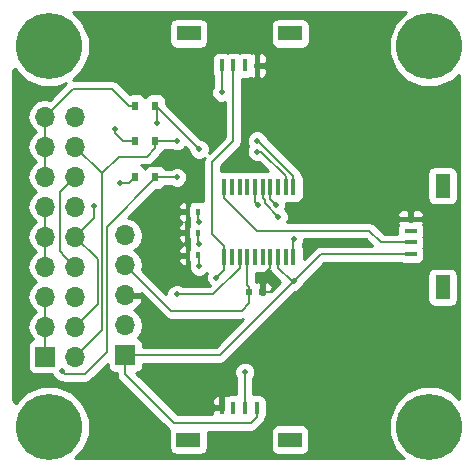
<source format=gbr>
G04 #@! TF.FileFunction,Copper,L1,Top,Signal*
%FSLAX46Y46*%
G04 Gerber Fmt 4.6, Leading zero omitted, Abs format (unit mm)*
G04 Created by KiCad (PCBNEW 4.0.7) date Tuesday, 19 '19e' June '19e' 2018, 11:34:03*
%MOMM*%
%LPD*%
G01*
G04 APERTURE LIST*
%ADD10C,0.100000*%
%ADD11C,0.600000*%
%ADD12R,1.700000X1.700000*%
%ADD13O,1.700000X1.700000*%
%ADD14C,5.600000*%
%ADD15R,0.600000X0.800000*%
%ADD16R,0.400000X1.000000*%
%ADD17R,2.000000X1.300000*%
%ADD18R,1.000000X0.400000*%
%ADD19R,1.300000X2.000000*%
%ADD20R,0.400000X0.600000*%
%ADD21R,0.450000X1.450000*%
%ADD22R,0.600000X0.500000*%
%ADD23C,0.500000*%
%ADD24C,0.200000*%
%ADD25C,0.254000*%
G04 APERTURE END LIST*
D10*
D11*
X153100000Y-97700000D03*
X157700000Y-100100000D03*
X154800000Y-93600000D03*
X140600000Y-85700000D03*
X148600000Y-88300000D03*
X154800000Y-83900000D03*
X159000000Y-89100000D03*
X154800000Y-116200000D03*
X158800000Y-110100000D03*
X153100000Y-108600000D03*
X150100000Y-103300000D03*
D12*
X130710745Y-109789517D03*
D13*
X133250745Y-109789517D03*
X130710745Y-107249517D03*
X133250745Y-107249517D03*
X130710745Y-104709517D03*
X133250745Y-104709517D03*
X130710745Y-102169517D03*
X133250745Y-102169517D03*
X130710745Y-99629517D03*
X133250745Y-99629517D03*
X130710745Y-97089517D03*
X133250745Y-97089517D03*
X130710745Y-94549517D03*
X133250745Y-94549517D03*
X130710745Y-92009517D03*
X133250745Y-92009517D03*
X130710745Y-89469517D03*
X133250745Y-89469517D03*
D11*
X148800000Y-112500000D03*
X139230745Y-111129517D03*
X146700000Y-106900000D03*
X139330745Y-108629517D03*
X138430745Y-97729517D03*
X139330745Y-102329517D03*
X140630745Y-93129517D03*
X160330745Y-118129517D03*
X165430745Y-112629517D03*
X165430745Y-86629517D03*
X160430745Y-80929517D03*
X160900000Y-96600000D03*
X133930745Y-80929517D03*
X128330745Y-86229517D03*
X128230745Y-113129517D03*
X134030745Y-118129517D03*
X145130745Y-110629517D03*
X153130745Y-100129517D03*
D14*
X131030745Y-83529517D03*
X163230745Y-83529517D03*
X163230745Y-115729517D03*
D15*
X140020745Y-94609517D03*
X138320745Y-94609517D03*
X140020745Y-91529517D03*
X138320745Y-91529517D03*
X140020745Y-88559517D03*
X138320745Y-88559517D03*
D16*
X145630745Y-114129517D03*
X146630745Y-114129517D03*
X147630745Y-114129517D03*
X148630745Y-114129517D03*
D17*
X142830745Y-116829517D03*
X151430745Y-116829517D03*
D18*
X161640745Y-101129517D03*
X161640745Y-100129517D03*
X161640745Y-99129517D03*
X161640745Y-98129517D03*
D19*
X164340745Y-103929517D03*
X164340745Y-95329517D03*
D12*
X137500745Y-109679517D03*
D13*
X137500745Y-107139517D03*
X137500745Y-104599517D03*
X137500745Y-102059517D03*
X137500745Y-99519517D03*
D16*
X148640745Y-85129517D03*
X147640745Y-85129517D03*
X146640745Y-85129517D03*
X145640745Y-85129517D03*
D17*
X151440745Y-82429517D03*
X142840745Y-82429517D03*
D20*
X142780745Y-101229517D03*
X143680745Y-101229517D03*
X142750745Y-99299517D03*
X143650745Y-99299517D03*
X142780745Y-97529517D03*
X143680745Y-97529517D03*
D21*
X145870745Y-101349517D03*
X146520745Y-101349517D03*
X147170745Y-101349517D03*
X147820745Y-101349517D03*
X148470745Y-101349517D03*
X149120745Y-101349517D03*
X149770745Y-101349517D03*
X150420745Y-101349517D03*
X151070745Y-101349517D03*
X151720745Y-101349517D03*
X151720745Y-95449517D03*
X151070745Y-95449517D03*
X150420745Y-95449517D03*
X149770745Y-95449517D03*
X149120745Y-95449517D03*
X148470745Y-95449517D03*
X147820745Y-95449517D03*
X147170745Y-95449517D03*
X146520745Y-95449517D03*
X145870745Y-95449517D03*
D14*
X131030745Y-115729517D03*
D11*
X142030745Y-114429517D03*
D22*
X147980745Y-104309517D03*
X149080745Y-104309517D03*
D23*
X143730745Y-102129517D03*
X143730745Y-100229517D03*
X143730745Y-98429517D03*
X150230745Y-96929517D03*
X150430745Y-97979517D03*
X148730745Y-96929517D03*
X132130745Y-111029517D03*
X141830745Y-94629517D03*
X151730745Y-99829517D03*
X137030745Y-95129517D03*
X141830745Y-91529517D03*
X148630745Y-91529517D03*
X136630745Y-90529517D03*
X140130745Y-90029517D03*
X134830745Y-97029517D03*
X143730745Y-92229517D03*
X148630745Y-92429517D03*
X151730745Y-103429517D03*
X145630745Y-87429517D03*
X141830745Y-104529517D03*
X147600000Y-111100000D03*
X145200000Y-103100000D03*
D24*
X143730745Y-102129517D02*
X143730745Y-101279517D01*
X143730745Y-101279517D02*
X143680745Y-101229517D01*
X143650745Y-99299517D02*
X143650745Y-100149517D01*
X143650745Y-100149517D02*
X143730745Y-100229517D01*
X143680745Y-97529517D02*
X143680745Y-98379517D01*
X143680745Y-98379517D02*
X143730745Y-98429517D01*
X150230745Y-96929517D02*
X149770745Y-96469517D01*
X149770745Y-96469517D02*
X149770745Y-95449517D01*
X150430745Y-97979517D02*
X149280746Y-96829518D01*
X149280746Y-96829518D02*
X149280746Y-96534518D01*
X149280746Y-96534518D02*
X149120745Y-96374517D01*
X149120745Y-96374517D02*
X149120745Y-95449517D01*
X148730745Y-96929517D02*
X148470745Y-96669517D01*
X148470745Y-96669517D02*
X148470745Y-95449517D01*
X134080746Y-111279516D02*
X135930745Y-109429517D01*
X140020745Y-94609517D02*
X140020745Y-94709517D01*
X140020745Y-94709517D02*
X135930755Y-98799507D01*
X135930755Y-98799507D02*
X135930755Y-109429507D01*
X135930755Y-109429507D02*
X135930745Y-109429517D01*
X132130745Y-111029517D02*
X132380744Y-111279516D01*
X132380744Y-111279516D02*
X134080746Y-111279516D01*
X133250745Y-94549517D02*
X133250745Y-94449517D01*
X141830745Y-94629517D02*
X140040745Y-94629517D01*
X140040745Y-94629517D02*
X140020745Y-94609517D01*
X151720745Y-101349517D02*
X151720745Y-99839517D01*
X151720745Y-99839517D02*
X151730745Y-99829517D01*
X133250745Y-94549517D02*
X131930745Y-95869517D01*
X132400746Y-101319518D02*
X133250745Y-102169517D01*
X131930745Y-95869517D02*
X131930745Y-100849517D01*
X131930745Y-100849517D02*
X132400746Y-101319518D01*
X137030745Y-95129517D02*
X137800745Y-95129517D01*
X137800745Y-95129517D02*
X138320745Y-94609517D01*
X130710745Y-107249517D02*
X130710745Y-106047436D01*
X130710745Y-106047436D02*
X130710745Y-104709517D01*
X130710745Y-109789517D02*
X130710745Y-108739517D01*
X130710745Y-108739517D02*
X130710745Y-107249517D01*
X135530745Y-94289517D02*
X136960746Y-92859516D01*
X136960746Y-92859516D02*
X139290746Y-92859516D01*
X140020745Y-91529517D02*
X140020745Y-92129517D01*
X140020745Y-92129517D02*
X139290746Y-92859516D01*
X134100744Y-92859516D02*
X133250745Y-92009517D01*
X141830745Y-91529517D02*
X140020745Y-91529517D01*
X151720745Y-95449517D02*
X151720745Y-94524517D01*
X151720745Y-94524517D02*
X148725745Y-91529517D01*
X148725745Y-91529517D02*
X148630745Y-91529517D01*
X135530745Y-94289517D02*
X135530745Y-107509517D01*
X135530745Y-107509517D02*
X133250745Y-109789517D01*
X133250745Y-92009517D02*
X135530745Y-94289517D01*
X136630745Y-90529517D02*
X136630745Y-90883070D01*
X136630745Y-90883070D02*
X137277192Y-91529517D01*
X137277192Y-91529517D02*
X137820745Y-91529517D01*
X137820745Y-91529517D02*
X138320745Y-91529517D01*
X130710745Y-99629517D02*
X130710745Y-97089517D01*
X130710745Y-102169517D02*
X130710745Y-99629517D01*
X140130745Y-90029517D02*
X140130745Y-88669517D01*
X140130745Y-88669517D02*
X140020745Y-88559517D01*
X133250745Y-99629517D02*
X134830745Y-98049517D01*
X134830745Y-98049517D02*
X134830745Y-97029517D01*
X143730745Y-92229517D02*
X140060745Y-88559517D01*
X140060745Y-88559517D02*
X140020745Y-88559517D01*
X151070745Y-95449517D02*
X151070745Y-94524517D01*
X151070745Y-94524517D02*
X148975745Y-92429517D01*
X148975745Y-92429517D02*
X148630745Y-92429517D01*
X135130735Y-105369527D02*
X135130735Y-101509507D01*
X135130735Y-101509507D02*
X133250745Y-99629517D01*
X133250745Y-107249517D02*
X135130735Y-105369527D01*
X138320745Y-88559517D02*
X137820745Y-88559517D01*
X137820745Y-88559517D02*
X136390745Y-87129517D01*
X136390745Y-87129517D02*
X133050745Y-87129517D01*
X130710745Y-89469517D02*
X133050745Y-87129517D01*
X130710745Y-92009517D02*
X130710745Y-89469517D01*
X130710745Y-94549517D02*
X130710745Y-93347436D01*
X130710745Y-93347436D02*
X130710745Y-92009517D01*
X149900000Y-104300000D02*
X150100000Y-104100000D01*
X150100000Y-104100000D02*
X150100000Y-103300000D01*
X149590262Y-104300000D02*
X149900000Y-104300000D01*
X149080745Y-104309517D02*
X149580745Y-104309517D01*
X149580745Y-104309517D02*
X149590262Y-104300000D01*
X149080745Y-104309517D02*
X149090483Y-104309517D01*
X149770745Y-102274517D02*
X149080745Y-102964517D01*
X149080745Y-102964517D02*
X149080745Y-104309517D01*
X149770745Y-102274517D02*
X149770745Y-101349517D01*
X150420745Y-101349517D02*
X150420745Y-102274517D01*
X150420745Y-102274517D02*
X151575745Y-103429517D01*
X151575745Y-103429517D02*
X151730745Y-103429517D01*
X161640745Y-101129517D02*
X154030745Y-101129517D01*
X154030745Y-101129517D02*
X151730745Y-103429517D01*
X141630745Y-115429517D02*
X137500745Y-111299517D01*
X137500745Y-111299517D02*
X137500745Y-109679517D01*
X137500745Y-109679517D02*
X145480745Y-109679517D01*
X148130745Y-115429517D02*
X141630745Y-115429517D01*
X145480745Y-109679517D02*
X151730745Y-103429517D01*
X148630745Y-114129517D02*
X148630745Y-114929517D01*
X148630745Y-114929517D02*
X148130745Y-115429517D01*
X145630745Y-87429517D02*
X145630745Y-85139517D01*
X145630745Y-85139517D02*
X145640745Y-85129517D01*
X147170745Y-101349517D02*
X147170745Y-102274517D01*
X144915745Y-104529517D02*
X141830745Y-104529517D01*
X147170745Y-102274517D02*
X144915745Y-104529517D01*
X147980745Y-104309517D02*
X147980745Y-103859517D01*
X147980745Y-103859517D02*
X147820745Y-103699517D01*
X147820745Y-103699517D02*
X147820745Y-102274517D01*
X147820745Y-102274517D02*
X147820745Y-101349517D01*
X137500745Y-102059517D02*
X141370745Y-105929517D01*
X141370745Y-105929517D02*
X147330745Y-105929517D01*
X147330745Y-105929517D02*
X147980745Y-105279517D01*
X147980745Y-105279517D02*
X147980745Y-104309517D01*
X147780745Y-101389517D02*
X147820745Y-101349517D01*
X146640745Y-85129517D02*
X146640745Y-91531515D01*
X146640745Y-91531515D02*
X144830744Y-93341516D01*
X144830744Y-93341516D02*
X144830744Y-99384516D01*
X144830744Y-99384516D02*
X145870745Y-100424517D01*
X145870745Y-100424517D02*
X145870745Y-101349517D01*
X147600000Y-111100000D02*
X147600000Y-114098772D01*
X147600000Y-114098772D02*
X147630745Y-114129517D01*
X145870745Y-101349517D02*
X145870745Y-102429255D01*
X145870745Y-102429255D02*
X145200000Y-103100000D01*
X146520745Y-85249517D02*
X146640745Y-85129517D01*
X148625745Y-99129517D02*
X158129517Y-99129517D01*
X158129517Y-99129517D02*
X159129517Y-100129517D01*
X159129517Y-100129517D02*
X160940745Y-100129517D01*
X160940745Y-100129517D02*
X161640745Y-100129517D01*
X145870745Y-95449517D02*
X145870745Y-96374517D01*
X145870745Y-96374517D02*
X148625745Y-99129517D01*
D25*
G36*
X160320391Y-81581205D02*
X159796342Y-82843256D01*
X159795150Y-84209783D01*
X160316995Y-85472746D01*
X161282433Y-86439871D01*
X162544484Y-86963920D01*
X163911011Y-86965112D01*
X165173974Y-86443267D01*
X165703745Y-85914420D01*
X165703745Y-113344768D01*
X165179057Y-112819163D01*
X163917006Y-112295114D01*
X162550479Y-112293922D01*
X161287516Y-112815767D01*
X160320391Y-113781205D01*
X159796342Y-115043256D01*
X159795150Y-116409783D01*
X160316995Y-117672746D01*
X161045493Y-118402517D01*
X133215145Y-118402517D01*
X133941099Y-117677829D01*
X134465148Y-116415778D01*
X134466340Y-115049251D01*
X133944495Y-113786288D01*
X132979057Y-112819163D01*
X131717006Y-112295114D01*
X130350479Y-112293922D01*
X129087516Y-112815767D01*
X128191277Y-113710443D01*
X127957745Y-113476911D01*
X127957745Y-85582123D01*
X128102413Y-85437455D01*
X128116995Y-85472746D01*
X129082433Y-86439871D01*
X130344484Y-86963920D01*
X131711011Y-86965112D01*
X132502908Y-86637907D01*
X131087203Y-88053612D01*
X130739838Y-87984517D01*
X130681652Y-87984517D01*
X130113367Y-88097556D01*
X129631598Y-88419463D01*
X129309691Y-88901232D01*
X129196652Y-89469517D01*
X129309691Y-90037802D01*
X129631598Y-90519571D01*
X129960771Y-90739517D01*
X129631598Y-90959463D01*
X129309691Y-91441232D01*
X129196652Y-92009517D01*
X129309691Y-92577802D01*
X129631598Y-93059571D01*
X129960771Y-93279517D01*
X129631598Y-93499463D01*
X129309691Y-93981232D01*
X129196652Y-94549517D01*
X129309691Y-95117802D01*
X129631598Y-95599571D01*
X129960771Y-95819517D01*
X129631598Y-96039463D01*
X129309691Y-96521232D01*
X129196652Y-97089517D01*
X129309691Y-97657802D01*
X129631598Y-98139571D01*
X129960771Y-98359517D01*
X129631598Y-98579463D01*
X129309691Y-99061232D01*
X129196652Y-99629517D01*
X129309691Y-100197802D01*
X129631598Y-100679571D01*
X129960771Y-100899517D01*
X129631598Y-101119463D01*
X129309691Y-101601232D01*
X129196652Y-102169517D01*
X129309691Y-102737802D01*
X129631598Y-103219571D01*
X129960771Y-103439517D01*
X129631598Y-103659463D01*
X129309691Y-104141232D01*
X129196652Y-104709517D01*
X129309691Y-105277802D01*
X129631598Y-105759571D01*
X129960771Y-105979517D01*
X129631598Y-106199463D01*
X129309691Y-106681232D01*
X129196652Y-107249517D01*
X129309691Y-107817802D01*
X129631598Y-108299571D01*
X129673197Y-108327367D01*
X129625428Y-108336355D01*
X129409304Y-108475427D01*
X129264314Y-108687627D01*
X129213305Y-108939517D01*
X129213305Y-110639517D01*
X129257583Y-110874834D01*
X129396655Y-111090958D01*
X129608855Y-111235948D01*
X129860745Y-111286957D01*
X131279546Y-111286957D01*
X131380041Y-111530174D01*
X131628778Y-111779346D01*
X131953935Y-111914363D01*
X132033419Y-111914432D01*
X132099472Y-111958567D01*
X132380744Y-112014516D01*
X134080746Y-112014516D01*
X134362018Y-111958567D01*
X134600469Y-111799239D01*
X136003305Y-110396404D01*
X136003305Y-110529517D01*
X136047583Y-110764834D01*
X136186655Y-110980958D01*
X136398855Y-111125948D01*
X136650745Y-111176957D01*
X136765745Y-111176957D01*
X136765745Y-111299517D01*
X136817716Y-111560788D01*
X136821694Y-111580789D01*
X136981022Y-111819240D01*
X141111022Y-115949240D01*
X141215765Y-116019227D01*
X141183305Y-116179517D01*
X141183305Y-117479517D01*
X141227583Y-117714834D01*
X141366655Y-117930958D01*
X141578855Y-118075948D01*
X141830745Y-118126957D01*
X143830745Y-118126957D01*
X144066062Y-118082679D01*
X144282186Y-117943607D01*
X144427176Y-117731407D01*
X144478185Y-117479517D01*
X144478185Y-116179517D01*
X149783305Y-116179517D01*
X149783305Y-117479517D01*
X149827583Y-117714834D01*
X149966655Y-117930958D01*
X150178855Y-118075948D01*
X150430745Y-118126957D01*
X152430745Y-118126957D01*
X152666062Y-118082679D01*
X152882186Y-117943607D01*
X153027176Y-117731407D01*
X153078185Y-117479517D01*
X153078185Y-116179517D01*
X153033907Y-115944200D01*
X152894835Y-115728076D01*
X152682635Y-115583086D01*
X152430745Y-115532077D01*
X150430745Y-115532077D01*
X150195428Y-115576355D01*
X149979304Y-115715427D01*
X149834314Y-115927627D01*
X149783305Y-116179517D01*
X144478185Y-116179517D01*
X144475363Y-116164517D01*
X148130745Y-116164517D01*
X148412017Y-116108568D01*
X148650468Y-115949240D01*
X149150469Y-115449240D01*
X149309796Y-115210789D01*
X149341928Y-115049251D01*
X149354017Y-114988479D01*
X149427176Y-114881407D01*
X149478185Y-114629517D01*
X149478185Y-113629517D01*
X149433907Y-113394200D01*
X149294835Y-113178076D01*
X149082635Y-113033086D01*
X148830745Y-112982077D01*
X148430745Y-112982077D01*
X148335000Y-113000093D01*
X148335000Y-111616770D01*
X148349829Y-111601967D01*
X148484846Y-111276810D01*
X148485153Y-110924735D01*
X148350704Y-110599343D01*
X148101967Y-110350171D01*
X147776810Y-110215154D01*
X147424735Y-110214847D01*
X147099343Y-110349296D01*
X146850171Y-110598033D01*
X146715154Y-110923190D01*
X146714847Y-111275265D01*
X146849296Y-111600657D01*
X146865000Y-111616388D01*
X146865000Y-112989014D01*
X146830745Y-112982077D01*
X146430745Y-112982077D01*
X146195428Y-113026355D01*
X146132177Y-113067056D01*
X145957054Y-112994517D01*
X145889495Y-112994517D01*
X145730745Y-113153267D01*
X145730745Y-114002517D01*
X145777745Y-114002517D01*
X145777745Y-114256517D01*
X145730745Y-114256517D01*
X145730745Y-114276517D01*
X145530745Y-114276517D01*
X145530745Y-114256517D01*
X144954495Y-114256517D01*
X144795745Y-114415267D01*
X144795745Y-114694517D01*
X141935191Y-114694517D01*
X140743881Y-113503207D01*
X144795745Y-113503207D01*
X144795745Y-113843767D01*
X144954495Y-114002517D01*
X145530745Y-114002517D01*
X145530745Y-113153267D01*
X145371995Y-112994517D01*
X145304436Y-112994517D01*
X145071047Y-113091190D01*
X144892418Y-113269818D01*
X144795745Y-113503207D01*
X140743881Y-113503207D01*
X138407039Y-111166365D01*
X138586062Y-111132679D01*
X138802186Y-110993607D01*
X138947176Y-110781407D01*
X138998185Y-110529517D01*
X138998185Y-110414517D01*
X145480745Y-110414517D01*
X145762017Y-110358568D01*
X146000468Y-110199240D01*
X151885057Y-104314652D01*
X151906010Y-104314670D01*
X152231402Y-104180221D01*
X152480574Y-103931484D01*
X152615591Y-103606327D01*
X152615610Y-103584098D01*
X153270191Y-102929517D01*
X163043305Y-102929517D01*
X163043305Y-104929517D01*
X163087583Y-105164834D01*
X163226655Y-105380958D01*
X163438855Y-105525948D01*
X163690745Y-105576957D01*
X164990745Y-105576957D01*
X165226062Y-105532679D01*
X165442186Y-105393607D01*
X165587176Y-105181407D01*
X165638185Y-104929517D01*
X165638185Y-102929517D01*
X165593907Y-102694200D01*
X165454835Y-102478076D01*
X165242635Y-102333086D01*
X164990745Y-102282077D01*
X163690745Y-102282077D01*
X163455428Y-102326355D01*
X163239304Y-102465427D01*
X163094314Y-102677627D01*
X163043305Y-102929517D01*
X153270191Y-102929517D01*
X154335192Y-101864517D01*
X160798948Y-101864517D01*
X160888855Y-101925948D01*
X161140745Y-101976957D01*
X162140745Y-101976957D01*
X162376062Y-101932679D01*
X162592186Y-101793607D01*
X162737176Y-101581407D01*
X162788185Y-101329517D01*
X162788185Y-100929517D01*
X162743907Y-100694200D01*
X162703264Y-100631039D01*
X162737176Y-100581407D01*
X162788185Y-100329517D01*
X162788185Y-99929517D01*
X162743907Y-99694200D01*
X162703264Y-99631039D01*
X162737176Y-99581407D01*
X162788185Y-99329517D01*
X162788185Y-98929517D01*
X162743907Y-98694200D01*
X162703206Y-98630949D01*
X162775745Y-98455826D01*
X162775745Y-98388267D01*
X162616995Y-98229517D01*
X161767745Y-98229517D01*
X161767745Y-98276517D01*
X161513745Y-98276517D01*
X161513745Y-98229517D01*
X160664495Y-98229517D01*
X160505745Y-98388267D01*
X160505745Y-98455826D01*
X160577500Y-98629058D01*
X160544314Y-98677627D01*
X160493305Y-98929517D01*
X160493305Y-99329517D01*
X160505536Y-99394517D01*
X159433964Y-99394517D01*
X158649240Y-98609794D01*
X158410789Y-98450466D01*
X158129517Y-98394517D01*
X151216686Y-98394517D01*
X151315591Y-98156327D01*
X151315898Y-97804252D01*
X151315467Y-97803208D01*
X160505745Y-97803208D01*
X160505745Y-97870767D01*
X160664495Y-98029517D01*
X161513745Y-98029517D01*
X161513745Y-97453267D01*
X161767745Y-97453267D01*
X161767745Y-98029517D01*
X162616995Y-98029517D01*
X162775745Y-97870767D01*
X162775745Y-97803208D01*
X162679072Y-97569819D01*
X162500444Y-97391190D01*
X162267055Y-97294517D01*
X161926495Y-97294517D01*
X161767745Y-97453267D01*
X161513745Y-97453267D01*
X161354995Y-97294517D01*
X161014435Y-97294517D01*
X160781046Y-97391190D01*
X160602418Y-97569819D01*
X160505745Y-97803208D01*
X151315467Y-97803208D01*
X151181449Y-97478860D01*
X151025691Y-97322830D01*
X151115591Y-97106327D01*
X151115839Y-96821957D01*
X151295745Y-96821957D01*
X151399416Y-96802450D01*
X151495745Y-96821957D01*
X151945745Y-96821957D01*
X152181062Y-96777679D01*
X152397186Y-96638607D01*
X152542176Y-96426407D01*
X152593185Y-96174517D01*
X152593185Y-94724517D01*
X152548907Y-94489200D01*
X152446154Y-94329517D01*
X163043305Y-94329517D01*
X163043305Y-96329517D01*
X163087583Y-96564834D01*
X163226655Y-96780958D01*
X163438855Y-96925948D01*
X163690745Y-96976957D01*
X164990745Y-96976957D01*
X165226062Y-96932679D01*
X165442186Y-96793607D01*
X165587176Y-96581407D01*
X165638185Y-96329517D01*
X165638185Y-94329517D01*
X165593907Y-94094200D01*
X165454835Y-93878076D01*
X165242635Y-93733086D01*
X164990745Y-93682077D01*
X163690745Y-93682077D01*
X163455428Y-93726355D01*
X163239304Y-93865427D01*
X163094314Y-94077627D01*
X163043305Y-94329517D01*
X152446154Y-94329517D01*
X152409835Y-94273076D01*
X152405084Y-94269830D01*
X152399796Y-94243245D01*
X152349683Y-94168245D01*
X152240469Y-94004794D01*
X149463772Y-91228098D01*
X149381449Y-91028860D01*
X149132712Y-90779688D01*
X148807555Y-90644671D01*
X148455480Y-90644364D01*
X148130088Y-90778813D01*
X147880916Y-91027550D01*
X147745899Y-91352707D01*
X147745592Y-91704782D01*
X147859223Y-91979792D01*
X147745899Y-92252707D01*
X147745592Y-92604782D01*
X147880041Y-92930174D01*
X148128778Y-93179346D01*
X148453935Y-93314363D01*
X148806010Y-93314670D01*
X148816937Y-93310155D01*
X149583858Y-94077077D01*
X149545745Y-94077077D01*
X149442074Y-94096584D01*
X149345745Y-94077077D01*
X148895745Y-94077077D01*
X148792074Y-94096584D01*
X148695745Y-94077077D01*
X148245745Y-94077077D01*
X148142074Y-94096584D01*
X148045745Y-94077077D01*
X147595745Y-94077077D01*
X147492074Y-94096584D01*
X147395745Y-94077077D01*
X146945745Y-94077077D01*
X146842074Y-94096584D01*
X146745745Y-94077077D01*
X146295745Y-94077077D01*
X146192074Y-94096584D01*
X146095745Y-94077077D01*
X145645745Y-94077077D01*
X145565744Y-94092130D01*
X145565744Y-93645962D01*
X147160469Y-92051238D01*
X147319796Y-91812787D01*
X147320193Y-91810789D01*
X147375745Y-91531515D01*
X147375745Y-86263794D01*
X147440745Y-86276957D01*
X147840745Y-86276957D01*
X148076062Y-86232679D01*
X148139313Y-86191978D01*
X148314436Y-86264517D01*
X148381995Y-86264517D01*
X148540745Y-86105767D01*
X148540745Y-85256517D01*
X148740745Y-85256517D01*
X148740745Y-86105767D01*
X148899495Y-86264517D01*
X148967054Y-86264517D01*
X149200443Y-86167844D01*
X149379072Y-85989216D01*
X149475745Y-85755827D01*
X149475745Y-85415267D01*
X149316995Y-85256517D01*
X148740745Y-85256517D01*
X148540745Y-85256517D01*
X148493745Y-85256517D01*
X148493745Y-85002517D01*
X148540745Y-85002517D01*
X148540745Y-84153267D01*
X148740745Y-84153267D01*
X148740745Y-85002517D01*
X149316995Y-85002517D01*
X149475745Y-84843767D01*
X149475745Y-84503207D01*
X149379072Y-84269818D01*
X149200443Y-84091190D01*
X148967054Y-83994517D01*
X148899495Y-83994517D01*
X148740745Y-84153267D01*
X148540745Y-84153267D01*
X148381995Y-83994517D01*
X148314436Y-83994517D01*
X148141204Y-84066272D01*
X148092635Y-84033086D01*
X147840745Y-83982077D01*
X147440745Y-83982077D01*
X147205428Y-84026355D01*
X147142267Y-84066998D01*
X147092635Y-84033086D01*
X146840745Y-83982077D01*
X146440745Y-83982077D01*
X146205428Y-84026355D01*
X146142267Y-84066998D01*
X146092635Y-84033086D01*
X145840745Y-83982077D01*
X145440745Y-83982077D01*
X145205428Y-84026355D01*
X144989304Y-84165427D01*
X144844314Y-84377627D01*
X144793305Y-84629517D01*
X144793305Y-85629517D01*
X144837583Y-85864834D01*
X144895745Y-85955220D01*
X144895745Y-86912747D01*
X144880916Y-86927550D01*
X144745899Y-87252707D01*
X144745592Y-87604782D01*
X144880041Y-87930174D01*
X145128778Y-88179346D01*
X145453935Y-88314363D01*
X145806010Y-88314670D01*
X145905745Y-88273460D01*
X145905745Y-91227068D01*
X144536845Y-92595969D01*
X144615591Y-92406327D01*
X144615898Y-92054252D01*
X144481449Y-91728860D01*
X144232712Y-91479688D01*
X143907555Y-91344671D01*
X143885327Y-91344652D01*
X140968185Y-88427511D01*
X140968185Y-88159517D01*
X140923907Y-87924200D01*
X140784835Y-87708076D01*
X140572635Y-87563086D01*
X140320745Y-87512077D01*
X139720745Y-87512077D01*
X139485428Y-87556355D01*
X139269304Y-87695427D01*
X139170112Y-87840600D01*
X139084835Y-87708076D01*
X138872635Y-87563086D01*
X138620745Y-87512077D01*
X138020745Y-87512077D01*
X137845690Y-87545016D01*
X136910468Y-86609794D01*
X136672017Y-86450466D01*
X136390745Y-86394517D01*
X133050745Y-86394517D01*
X133015857Y-86401457D01*
X133941099Y-85477829D01*
X134465148Y-84215778D01*
X134466340Y-82849251D01*
X134024336Y-81779517D01*
X141193305Y-81779517D01*
X141193305Y-83079517D01*
X141237583Y-83314834D01*
X141376655Y-83530958D01*
X141588855Y-83675948D01*
X141840745Y-83726957D01*
X143840745Y-83726957D01*
X144076062Y-83682679D01*
X144292186Y-83543607D01*
X144437176Y-83331407D01*
X144488185Y-83079517D01*
X144488185Y-81779517D01*
X149793305Y-81779517D01*
X149793305Y-83079517D01*
X149837583Y-83314834D01*
X149976655Y-83530958D01*
X150188855Y-83675948D01*
X150440745Y-83726957D01*
X152440745Y-83726957D01*
X152676062Y-83682679D01*
X152892186Y-83543607D01*
X153037176Y-83331407D01*
X153088185Y-83079517D01*
X153088185Y-81779517D01*
X153043907Y-81544200D01*
X152904835Y-81328076D01*
X152692635Y-81183086D01*
X152440745Y-81132077D01*
X150440745Y-81132077D01*
X150205428Y-81176355D01*
X149989304Y-81315427D01*
X149844314Y-81527627D01*
X149793305Y-81779517D01*
X144488185Y-81779517D01*
X144443907Y-81544200D01*
X144304835Y-81328076D01*
X144092635Y-81183086D01*
X143840745Y-81132077D01*
X141840745Y-81132077D01*
X141605428Y-81176355D01*
X141389304Y-81315427D01*
X141244314Y-81527627D01*
X141193305Y-81779517D01*
X134024336Y-81779517D01*
X133944495Y-81586288D01*
X133016346Y-80656517D01*
X161246695Y-80656517D01*
X160320391Y-81581205D01*
X160320391Y-81581205D01*
G37*
X160320391Y-81581205D02*
X159796342Y-82843256D01*
X159795150Y-84209783D01*
X160316995Y-85472746D01*
X161282433Y-86439871D01*
X162544484Y-86963920D01*
X163911011Y-86965112D01*
X165173974Y-86443267D01*
X165703745Y-85914420D01*
X165703745Y-113344768D01*
X165179057Y-112819163D01*
X163917006Y-112295114D01*
X162550479Y-112293922D01*
X161287516Y-112815767D01*
X160320391Y-113781205D01*
X159796342Y-115043256D01*
X159795150Y-116409783D01*
X160316995Y-117672746D01*
X161045493Y-118402517D01*
X133215145Y-118402517D01*
X133941099Y-117677829D01*
X134465148Y-116415778D01*
X134466340Y-115049251D01*
X133944495Y-113786288D01*
X132979057Y-112819163D01*
X131717006Y-112295114D01*
X130350479Y-112293922D01*
X129087516Y-112815767D01*
X128191277Y-113710443D01*
X127957745Y-113476911D01*
X127957745Y-85582123D01*
X128102413Y-85437455D01*
X128116995Y-85472746D01*
X129082433Y-86439871D01*
X130344484Y-86963920D01*
X131711011Y-86965112D01*
X132502908Y-86637907D01*
X131087203Y-88053612D01*
X130739838Y-87984517D01*
X130681652Y-87984517D01*
X130113367Y-88097556D01*
X129631598Y-88419463D01*
X129309691Y-88901232D01*
X129196652Y-89469517D01*
X129309691Y-90037802D01*
X129631598Y-90519571D01*
X129960771Y-90739517D01*
X129631598Y-90959463D01*
X129309691Y-91441232D01*
X129196652Y-92009517D01*
X129309691Y-92577802D01*
X129631598Y-93059571D01*
X129960771Y-93279517D01*
X129631598Y-93499463D01*
X129309691Y-93981232D01*
X129196652Y-94549517D01*
X129309691Y-95117802D01*
X129631598Y-95599571D01*
X129960771Y-95819517D01*
X129631598Y-96039463D01*
X129309691Y-96521232D01*
X129196652Y-97089517D01*
X129309691Y-97657802D01*
X129631598Y-98139571D01*
X129960771Y-98359517D01*
X129631598Y-98579463D01*
X129309691Y-99061232D01*
X129196652Y-99629517D01*
X129309691Y-100197802D01*
X129631598Y-100679571D01*
X129960771Y-100899517D01*
X129631598Y-101119463D01*
X129309691Y-101601232D01*
X129196652Y-102169517D01*
X129309691Y-102737802D01*
X129631598Y-103219571D01*
X129960771Y-103439517D01*
X129631598Y-103659463D01*
X129309691Y-104141232D01*
X129196652Y-104709517D01*
X129309691Y-105277802D01*
X129631598Y-105759571D01*
X129960771Y-105979517D01*
X129631598Y-106199463D01*
X129309691Y-106681232D01*
X129196652Y-107249517D01*
X129309691Y-107817802D01*
X129631598Y-108299571D01*
X129673197Y-108327367D01*
X129625428Y-108336355D01*
X129409304Y-108475427D01*
X129264314Y-108687627D01*
X129213305Y-108939517D01*
X129213305Y-110639517D01*
X129257583Y-110874834D01*
X129396655Y-111090958D01*
X129608855Y-111235948D01*
X129860745Y-111286957D01*
X131279546Y-111286957D01*
X131380041Y-111530174D01*
X131628778Y-111779346D01*
X131953935Y-111914363D01*
X132033419Y-111914432D01*
X132099472Y-111958567D01*
X132380744Y-112014516D01*
X134080746Y-112014516D01*
X134362018Y-111958567D01*
X134600469Y-111799239D01*
X136003305Y-110396404D01*
X136003305Y-110529517D01*
X136047583Y-110764834D01*
X136186655Y-110980958D01*
X136398855Y-111125948D01*
X136650745Y-111176957D01*
X136765745Y-111176957D01*
X136765745Y-111299517D01*
X136817716Y-111560788D01*
X136821694Y-111580789D01*
X136981022Y-111819240D01*
X141111022Y-115949240D01*
X141215765Y-116019227D01*
X141183305Y-116179517D01*
X141183305Y-117479517D01*
X141227583Y-117714834D01*
X141366655Y-117930958D01*
X141578855Y-118075948D01*
X141830745Y-118126957D01*
X143830745Y-118126957D01*
X144066062Y-118082679D01*
X144282186Y-117943607D01*
X144427176Y-117731407D01*
X144478185Y-117479517D01*
X144478185Y-116179517D01*
X149783305Y-116179517D01*
X149783305Y-117479517D01*
X149827583Y-117714834D01*
X149966655Y-117930958D01*
X150178855Y-118075948D01*
X150430745Y-118126957D01*
X152430745Y-118126957D01*
X152666062Y-118082679D01*
X152882186Y-117943607D01*
X153027176Y-117731407D01*
X153078185Y-117479517D01*
X153078185Y-116179517D01*
X153033907Y-115944200D01*
X152894835Y-115728076D01*
X152682635Y-115583086D01*
X152430745Y-115532077D01*
X150430745Y-115532077D01*
X150195428Y-115576355D01*
X149979304Y-115715427D01*
X149834314Y-115927627D01*
X149783305Y-116179517D01*
X144478185Y-116179517D01*
X144475363Y-116164517D01*
X148130745Y-116164517D01*
X148412017Y-116108568D01*
X148650468Y-115949240D01*
X149150469Y-115449240D01*
X149309796Y-115210789D01*
X149341928Y-115049251D01*
X149354017Y-114988479D01*
X149427176Y-114881407D01*
X149478185Y-114629517D01*
X149478185Y-113629517D01*
X149433907Y-113394200D01*
X149294835Y-113178076D01*
X149082635Y-113033086D01*
X148830745Y-112982077D01*
X148430745Y-112982077D01*
X148335000Y-113000093D01*
X148335000Y-111616770D01*
X148349829Y-111601967D01*
X148484846Y-111276810D01*
X148485153Y-110924735D01*
X148350704Y-110599343D01*
X148101967Y-110350171D01*
X147776810Y-110215154D01*
X147424735Y-110214847D01*
X147099343Y-110349296D01*
X146850171Y-110598033D01*
X146715154Y-110923190D01*
X146714847Y-111275265D01*
X146849296Y-111600657D01*
X146865000Y-111616388D01*
X146865000Y-112989014D01*
X146830745Y-112982077D01*
X146430745Y-112982077D01*
X146195428Y-113026355D01*
X146132177Y-113067056D01*
X145957054Y-112994517D01*
X145889495Y-112994517D01*
X145730745Y-113153267D01*
X145730745Y-114002517D01*
X145777745Y-114002517D01*
X145777745Y-114256517D01*
X145730745Y-114256517D01*
X145730745Y-114276517D01*
X145530745Y-114276517D01*
X145530745Y-114256517D01*
X144954495Y-114256517D01*
X144795745Y-114415267D01*
X144795745Y-114694517D01*
X141935191Y-114694517D01*
X140743881Y-113503207D01*
X144795745Y-113503207D01*
X144795745Y-113843767D01*
X144954495Y-114002517D01*
X145530745Y-114002517D01*
X145530745Y-113153267D01*
X145371995Y-112994517D01*
X145304436Y-112994517D01*
X145071047Y-113091190D01*
X144892418Y-113269818D01*
X144795745Y-113503207D01*
X140743881Y-113503207D01*
X138407039Y-111166365D01*
X138586062Y-111132679D01*
X138802186Y-110993607D01*
X138947176Y-110781407D01*
X138998185Y-110529517D01*
X138998185Y-110414517D01*
X145480745Y-110414517D01*
X145762017Y-110358568D01*
X146000468Y-110199240D01*
X151885057Y-104314652D01*
X151906010Y-104314670D01*
X152231402Y-104180221D01*
X152480574Y-103931484D01*
X152615591Y-103606327D01*
X152615610Y-103584098D01*
X153270191Y-102929517D01*
X163043305Y-102929517D01*
X163043305Y-104929517D01*
X163087583Y-105164834D01*
X163226655Y-105380958D01*
X163438855Y-105525948D01*
X163690745Y-105576957D01*
X164990745Y-105576957D01*
X165226062Y-105532679D01*
X165442186Y-105393607D01*
X165587176Y-105181407D01*
X165638185Y-104929517D01*
X165638185Y-102929517D01*
X165593907Y-102694200D01*
X165454835Y-102478076D01*
X165242635Y-102333086D01*
X164990745Y-102282077D01*
X163690745Y-102282077D01*
X163455428Y-102326355D01*
X163239304Y-102465427D01*
X163094314Y-102677627D01*
X163043305Y-102929517D01*
X153270191Y-102929517D01*
X154335192Y-101864517D01*
X160798948Y-101864517D01*
X160888855Y-101925948D01*
X161140745Y-101976957D01*
X162140745Y-101976957D01*
X162376062Y-101932679D01*
X162592186Y-101793607D01*
X162737176Y-101581407D01*
X162788185Y-101329517D01*
X162788185Y-100929517D01*
X162743907Y-100694200D01*
X162703264Y-100631039D01*
X162737176Y-100581407D01*
X162788185Y-100329517D01*
X162788185Y-99929517D01*
X162743907Y-99694200D01*
X162703264Y-99631039D01*
X162737176Y-99581407D01*
X162788185Y-99329517D01*
X162788185Y-98929517D01*
X162743907Y-98694200D01*
X162703206Y-98630949D01*
X162775745Y-98455826D01*
X162775745Y-98388267D01*
X162616995Y-98229517D01*
X161767745Y-98229517D01*
X161767745Y-98276517D01*
X161513745Y-98276517D01*
X161513745Y-98229517D01*
X160664495Y-98229517D01*
X160505745Y-98388267D01*
X160505745Y-98455826D01*
X160577500Y-98629058D01*
X160544314Y-98677627D01*
X160493305Y-98929517D01*
X160493305Y-99329517D01*
X160505536Y-99394517D01*
X159433964Y-99394517D01*
X158649240Y-98609794D01*
X158410789Y-98450466D01*
X158129517Y-98394517D01*
X151216686Y-98394517D01*
X151315591Y-98156327D01*
X151315898Y-97804252D01*
X151315467Y-97803208D01*
X160505745Y-97803208D01*
X160505745Y-97870767D01*
X160664495Y-98029517D01*
X161513745Y-98029517D01*
X161513745Y-97453267D01*
X161767745Y-97453267D01*
X161767745Y-98029517D01*
X162616995Y-98029517D01*
X162775745Y-97870767D01*
X162775745Y-97803208D01*
X162679072Y-97569819D01*
X162500444Y-97391190D01*
X162267055Y-97294517D01*
X161926495Y-97294517D01*
X161767745Y-97453267D01*
X161513745Y-97453267D01*
X161354995Y-97294517D01*
X161014435Y-97294517D01*
X160781046Y-97391190D01*
X160602418Y-97569819D01*
X160505745Y-97803208D01*
X151315467Y-97803208D01*
X151181449Y-97478860D01*
X151025691Y-97322830D01*
X151115591Y-97106327D01*
X151115839Y-96821957D01*
X151295745Y-96821957D01*
X151399416Y-96802450D01*
X151495745Y-96821957D01*
X151945745Y-96821957D01*
X152181062Y-96777679D01*
X152397186Y-96638607D01*
X152542176Y-96426407D01*
X152593185Y-96174517D01*
X152593185Y-94724517D01*
X152548907Y-94489200D01*
X152446154Y-94329517D01*
X163043305Y-94329517D01*
X163043305Y-96329517D01*
X163087583Y-96564834D01*
X163226655Y-96780958D01*
X163438855Y-96925948D01*
X163690745Y-96976957D01*
X164990745Y-96976957D01*
X165226062Y-96932679D01*
X165442186Y-96793607D01*
X165587176Y-96581407D01*
X165638185Y-96329517D01*
X165638185Y-94329517D01*
X165593907Y-94094200D01*
X165454835Y-93878076D01*
X165242635Y-93733086D01*
X164990745Y-93682077D01*
X163690745Y-93682077D01*
X163455428Y-93726355D01*
X163239304Y-93865427D01*
X163094314Y-94077627D01*
X163043305Y-94329517D01*
X152446154Y-94329517D01*
X152409835Y-94273076D01*
X152405084Y-94269830D01*
X152399796Y-94243245D01*
X152349683Y-94168245D01*
X152240469Y-94004794D01*
X149463772Y-91228098D01*
X149381449Y-91028860D01*
X149132712Y-90779688D01*
X148807555Y-90644671D01*
X148455480Y-90644364D01*
X148130088Y-90778813D01*
X147880916Y-91027550D01*
X147745899Y-91352707D01*
X147745592Y-91704782D01*
X147859223Y-91979792D01*
X147745899Y-92252707D01*
X147745592Y-92604782D01*
X147880041Y-92930174D01*
X148128778Y-93179346D01*
X148453935Y-93314363D01*
X148806010Y-93314670D01*
X148816937Y-93310155D01*
X149583858Y-94077077D01*
X149545745Y-94077077D01*
X149442074Y-94096584D01*
X149345745Y-94077077D01*
X148895745Y-94077077D01*
X148792074Y-94096584D01*
X148695745Y-94077077D01*
X148245745Y-94077077D01*
X148142074Y-94096584D01*
X148045745Y-94077077D01*
X147595745Y-94077077D01*
X147492074Y-94096584D01*
X147395745Y-94077077D01*
X146945745Y-94077077D01*
X146842074Y-94096584D01*
X146745745Y-94077077D01*
X146295745Y-94077077D01*
X146192074Y-94096584D01*
X146095745Y-94077077D01*
X145645745Y-94077077D01*
X145565744Y-94092130D01*
X145565744Y-93645962D01*
X147160469Y-92051238D01*
X147319796Y-91812787D01*
X147320193Y-91810789D01*
X147375745Y-91531515D01*
X147375745Y-86263794D01*
X147440745Y-86276957D01*
X147840745Y-86276957D01*
X148076062Y-86232679D01*
X148139313Y-86191978D01*
X148314436Y-86264517D01*
X148381995Y-86264517D01*
X148540745Y-86105767D01*
X148540745Y-85256517D01*
X148740745Y-85256517D01*
X148740745Y-86105767D01*
X148899495Y-86264517D01*
X148967054Y-86264517D01*
X149200443Y-86167844D01*
X149379072Y-85989216D01*
X149475745Y-85755827D01*
X149475745Y-85415267D01*
X149316995Y-85256517D01*
X148740745Y-85256517D01*
X148540745Y-85256517D01*
X148493745Y-85256517D01*
X148493745Y-85002517D01*
X148540745Y-85002517D01*
X148540745Y-84153267D01*
X148740745Y-84153267D01*
X148740745Y-85002517D01*
X149316995Y-85002517D01*
X149475745Y-84843767D01*
X149475745Y-84503207D01*
X149379072Y-84269818D01*
X149200443Y-84091190D01*
X148967054Y-83994517D01*
X148899495Y-83994517D01*
X148740745Y-84153267D01*
X148540745Y-84153267D01*
X148381995Y-83994517D01*
X148314436Y-83994517D01*
X148141204Y-84066272D01*
X148092635Y-84033086D01*
X147840745Y-83982077D01*
X147440745Y-83982077D01*
X147205428Y-84026355D01*
X147142267Y-84066998D01*
X147092635Y-84033086D01*
X146840745Y-83982077D01*
X146440745Y-83982077D01*
X146205428Y-84026355D01*
X146142267Y-84066998D01*
X146092635Y-84033086D01*
X145840745Y-83982077D01*
X145440745Y-83982077D01*
X145205428Y-84026355D01*
X144989304Y-84165427D01*
X144844314Y-84377627D01*
X144793305Y-84629517D01*
X144793305Y-85629517D01*
X144837583Y-85864834D01*
X144895745Y-85955220D01*
X144895745Y-86912747D01*
X144880916Y-86927550D01*
X144745899Y-87252707D01*
X144745592Y-87604782D01*
X144880041Y-87930174D01*
X145128778Y-88179346D01*
X145453935Y-88314363D01*
X145806010Y-88314670D01*
X145905745Y-88273460D01*
X145905745Y-91227068D01*
X144536845Y-92595969D01*
X144615591Y-92406327D01*
X144615898Y-92054252D01*
X144481449Y-91728860D01*
X144232712Y-91479688D01*
X143907555Y-91344671D01*
X143885327Y-91344652D01*
X140968185Y-88427511D01*
X140968185Y-88159517D01*
X140923907Y-87924200D01*
X140784835Y-87708076D01*
X140572635Y-87563086D01*
X140320745Y-87512077D01*
X139720745Y-87512077D01*
X139485428Y-87556355D01*
X139269304Y-87695427D01*
X139170112Y-87840600D01*
X139084835Y-87708076D01*
X138872635Y-87563086D01*
X138620745Y-87512077D01*
X138020745Y-87512077D01*
X137845690Y-87545016D01*
X136910468Y-86609794D01*
X136672017Y-86450466D01*
X136390745Y-86394517D01*
X133050745Y-86394517D01*
X133015857Y-86401457D01*
X133941099Y-85477829D01*
X134465148Y-84215778D01*
X134466340Y-82849251D01*
X134024336Y-81779517D01*
X141193305Y-81779517D01*
X141193305Y-83079517D01*
X141237583Y-83314834D01*
X141376655Y-83530958D01*
X141588855Y-83675948D01*
X141840745Y-83726957D01*
X143840745Y-83726957D01*
X144076062Y-83682679D01*
X144292186Y-83543607D01*
X144437176Y-83331407D01*
X144488185Y-83079517D01*
X144488185Y-81779517D01*
X149793305Y-81779517D01*
X149793305Y-83079517D01*
X149837583Y-83314834D01*
X149976655Y-83530958D01*
X150188855Y-83675948D01*
X150440745Y-83726957D01*
X152440745Y-83726957D01*
X152676062Y-83682679D01*
X152892186Y-83543607D01*
X153037176Y-83331407D01*
X153088185Y-83079517D01*
X153088185Y-81779517D01*
X153043907Y-81544200D01*
X152904835Y-81328076D01*
X152692635Y-81183086D01*
X152440745Y-81132077D01*
X150440745Y-81132077D01*
X150205428Y-81176355D01*
X149989304Y-81315427D01*
X149844314Y-81527627D01*
X149793305Y-81779517D01*
X144488185Y-81779517D01*
X144443907Y-81544200D01*
X144304835Y-81328076D01*
X144092635Y-81183086D01*
X143840745Y-81132077D01*
X141840745Y-81132077D01*
X141605428Y-81176355D01*
X141389304Y-81315427D01*
X141244314Y-81527627D01*
X141193305Y-81779517D01*
X134024336Y-81779517D01*
X133944495Y-81586288D01*
X133016346Y-80656517D01*
X161246695Y-80656517D01*
X160320391Y-81581205D01*
G36*
X140851021Y-106449240D02*
X141089472Y-106608568D01*
X141136139Y-106617850D01*
X141370745Y-106664517D01*
X147330745Y-106664517D01*
X147487474Y-106633341D01*
X145176299Y-108944517D01*
X138998185Y-108944517D01*
X138998185Y-108829517D01*
X138953907Y-108594200D01*
X138814835Y-108378076D01*
X138602635Y-108233086D01*
X138535204Y-108219431D01*
X138579892Y-108189571D01*
X138901799Y-107707802D01*
X139014838Y-107139517D01*
X138901799Y-106571232D01*
X138579892Y-106089463D01*
X138239192Y-105861815D01*
X138382103Y-105794700D01*
X138772390Y-105366441D01*
X138942221Y-104956407D01*
X138820900Y-104726517D01*
X137627745Y-104726517D01*
X137627745Y-104746517D01*
X137373745Y-104746517D01*
X137373745Y-104726517D01*
X137353745Y-104726517D01*
X137353745Y-104472517D01*
X137373745Y-104472517D01*
X137373745Y-104452517D01*
X137627745Y-104452517D01*
X137627745Y-104472517D01*
X138820900Y-104472517D01*
X138839346Y-104437564D01*
X140851021Y-106449240D01*
X140851021Y-106449240D01*
G37*
X140851021Y-106449240D02*
X141089472Y-106608568D01*
X141136139Y-106617850D01*
X141370745Y-106664517D01*
X147330745Y-106664517D01*
X147487474Y-106633341D01*
X145176299Y-108944517D01*
X138998185Y-108944517D01*
X138998185Y-108829517D01*
X138953907Y-108594200D01*
X138814835Y-108378076D01*
X138602635Y-108233086D01*
X138535204Y-108219431D01*
X138579892Y-108189571D01*
X138901799Y-107707802D01*
X139014838Y-107139517D01*
X138901799Y-106571232D01*
X138579892Y-106089463D01*
X138239192Y-105861815D01*
X138382103Y-105794700D01*
X138772390Y-105366441D01*
X138942221Y-104956407D01*
X138820900Y-104726517D01*
X137627745Y-104726517D01*
X137627745Y-104746517D01*
X137373745Y-104746517D01*
X137373745Y-104726517D01*
X137353745Y-104726517D01*
X137353745Y-104472517D01*
X137373745Y-104472517D01*
X137373745Y-104452517D01*
X137627745Y-104452517D01*
X137627745Y-104472517D01*
X138820900Y-104472517D01*
X138839346Y-104437564D01*
X140851021Y-106449240D01*
G36*
X142845610Y-92383829D02*
X142845592Y-92404782D01*
X142980041Y-92730174D01*
X143228778Y-92979346D01*
X143553935Y-93114363D01*
X143906010Y-93114670D01*
X144195156Y-92995198D01*
X144151693Y-93060244D01*
X144095744Y-93341516D01*
X144095744Y-96625615D01*
X143880745Y-96582077D01*
X143480745Y-96582077D01*
X143245428Y-96626355D01*
X143221339Y-96641856D01*
X143107054Y-96594517D01*
X143039495Y-96594517D01*
X142880745Y-96753267D01*
X142880745Y-96995251D01*
X142833305Y-97229517D01*
X142833305Y-97829517D01*
X142877583Y-98064834D01*
X142880745Y-98069748D01*
X142880745Y-98168789D01*
X142845899Y-98252707D01*
X142845592Y-98604782D01*
X142850745Y-98617253D01*
X142850745Y-98765251D01*
X142803305Y-98999517D01*
X142803305Y-99599517D01*
X142847583Y-99834834D01*
X142850745Y-99839748D01*
X142850745Y-100041037D01*
X142845899Y-100052707D01*
X142845592Y-100404782D01*
X142880745Y-100489859D01*
X142880745Y-100695251D01*
X142833305Y-100929517D01*
X142833305Y-101529517D01*
X142877583Y-101764834D01*
X142880745Y-101769748D01*
X142880745Y-101868789D01*
X142845899Y-101952707D01*
X142845592Y-102304782D01*
X142980041Y-102630174D01*
X143228778Y-102879346D01*
X143553935Y-103014363D01*
X143906010Y-103014670D01*
X144231402Y-102880221D01*
X144404923Y-102707003D01*
X144315154Y-102923190D01*
X144314847Y-103275265D01*
X144449296Y-103600657D01*
X144627072Y-103778744D01*
X144611299Y-103794517D01*
X142347515Y-103794517D01*
X142332712Y-103779688D01*
X142007555Y-103644671D01*
X141655480Y-103644364D01*
X141330088Y-103778813D01*
X141080916Y-104027550D01*
X140945899Y-104352707D01*
X140945801Y-104465126D01*
X138936089Y-102455415D01*
X139014838Y-102059517D01*
X138906580Y-101515267D01*
X141945745Y-101515267D01*
X141945745Y-101655827D01*
X142042418Y-101889216D01*
X142221047Y-102067844D01*
X142454436Y-102164517D01*
X142521995Y-102164517D01*
X142680745Y-102005767D01*
X142680745Y-101356517D01*
X142104495Y-101356517D01*
X141945745Y-101515267D01*
X138906580Y-101515267D01*
X138901799Y-101491232D01*
X138579892Y-101009463D01*
X138271208Y-100803207D01*
X141945745Y-100803207D01*
X141945745Y-100943767D01*
X142104495Y-101102517D01*
X142680745Y-101102517D01*
X142680745Y-100453267D01*
X142521995Y-100294517D01*
X142454436Y-100294517D01*
X142221047Y-100391190D01*
X142042418Y-100569818D01*
X141945745Y-100803207D01*
X138271208Y-100803207D01*
X138250719Y-100789517D01*
X138579892Y-100569571D01*
X138901799Y-100087802D01*
X139001759Y-99585267D01*
X141915745Y-99585267D01*
X141915745Y-99725827D01*
X142012418Y-99959216D01*
X142191047Y-100137844D01*
X142424436Y-100234517D01*
X142491995Y-100234517D01*
X142650745Y-100075767D01*
X142650745Y-99426517D01*
X142074495Y-99426517D01*
X141915745Y-99585267D01*
X139001759Y-99585267D01*
X139014838Y-99519517D01*
X138901799Y-98951232D01*
X138849665Y-98873207D01*
X141915745Y-98873207D01*
X141915745Y-99013767D01*
X142074495Y-99172517D01*
X142650745Y-99172517D01*
X142650745Y-98523267D01*
X142556995Y-98429517D01*
X142680745Y-98305767D01*
X142680745Y-97656517D01*
X142104495Y-97656517D01*
X141945745Y-97815267D01*
X141945745Y-97955827D01*
X142042418Y-98189216D01*
X142221047Y-98367844D01*
X142318725Y-98408304D01*
X142191047Y-98461190D01*
X142012418Y-98639818D01*
X141915745Y-98873207D01*
X138849665Y-98873207D01*
X138579892Y-98469463D01*
X138098123Y-98147556D01*
X137701121Y-98068587D01*
X138666501Y-97103207D01*
X141945745Y-97103207D01*
X141945745Y-97243767D01*
X142104495Y-97402517D01*
X142680745Y-97402517D01*
X142680745Y-96753267D01*
X142521995Y-96594517D01*
X142454436Y-96594517D01*
X142221047Y-96691190D01*
X142042418Y-96869818D01*
X141945745Y-97103207D01*
X138666501Y-97103207D01*
X140112752Y-95656957D01*
X140320745Y-95656957D01*
X140556062Y-95612679D01*
X140772186Y-95473607D01*
X140846724Y-95364517D01*
X141313975Y-95364517D01*
X141328778Y-95379346D01*
X141653935Y-95514363D01*
X142006010Y-95514670D01*
X142331402Y-95380221D01*
X142580574Y-95131484D01*
X142715591Y-94806327D01*
X142715898Y-94454252D01*
X142581449Y-94128860D01*
X142332712Y-93879688D01*
X142007555Y-93744671D01*
X141655480Y-93744364D01*
X141330088Y-93878813D01*
X141314357Y-93894517D01*
X140872632Y-93894517D01*
X140784835Y-93758076D01*
X140572635Y-93613086D01*
X140320745Y-93562077D01*
X139720745Y-93562077D01*
X139485428Y-93606355D01*
X139269304Y-93745427D01*
X139170112Y-93890600D01*
X139084835Y-93758076D01*
X138872635Y-93613086D01*
X138780934Y-93594516D01*
X139290746Y-93594516D01*
X139572018Y-93538567D01*
X139810469Y-93379239D01*
X140540468Y-92649241D01*
X140665336Y-92462363D01*
X140772186Y-92393607D01*
X140860389Y-92264517D01*
X141313975Y-92264517D01*
X141328778Y-92279346D01*
X141653935Y-92414363D01*
X142006010Y-92414670D01*
X142331402Y-92280221D01*
X142536881Y-92075100D01*
X142845610Y-92383829D01*
X142845610Y-92383829D01*
G37*
X142845610Y-92383829D02*
X142845592Y-92404782D01*
X142980041Y-92730174D01*
X143228778Y-92979346D01*
X143553935Y-93114363D01*
X143906010Y-93114670D01*
X144195156Y-92995198D01*
X144151693Y-93060244D01*
X144095744Y-93341516D01*
X144095744Y-96625615D01*
X143880745Y-96582077D01*
X143480745Y-96582077D01*
X143245428Y-96626355D01*
X143221339Y-96641856D01*
X143107054Y-96594517D01*
X143039495Y-96594517D01*
X142880745Y-96753267D01*
X142880745Y-96995251D01*
X142833305Y-97229517D01*
X142833305Y-97829517D01*
X142877583Y-98064834D01*
X142880745Y-98069748D01*
X142880745Y-98168789D01*
X142845899Y-98252707D01*
X142845592Y-98604782D01*
X142850745Y-98617253D01*
X142850745Y-98765251D01*
X142803305Y-98999517D01*
X142803305Y-99599517D01*
X142847583Y-99834834D01*
X142850745Y-99839748D01*
X142850745Y-100041037D01*
X142845899Y-100052707D01*
X142845592Y-100404782D01*
X142880745Y-100489859D01*
X142880745Y-100695251D01*
X142833305Y-100929517D01*
X142833305Y-101529517D01*
X142877583Y-101764834D01*
X142880745Y-101769748D01*
X142880745Y-101868789D01*
X142845899Y-101952707D01*
X142845592Y-102304782D01*
X142980041Y-102630174D01*
X143228778Y-102879346D01*
X143553935Y-103014363D01*
X143906010Y-103014670D01*
X144231402Y-102880221D01*
X144404923Y-102707003D01*
X144315154Y-102923190D01*
X144314847Y-103275265D01*
X144449296Y-103600657D01*
X144627072Y-103778744D01*
X144611299Y-103794517D01*
X142347515Y-103794517D01*
X142332712Y-103779688D01*
X142007555Y-103644671D01*
X141655480Y-103644364D01*
X141330088Y-103778813D01*
X141080916Y-104027550D01*
X140945899Y-104352707D01*
X140945801Y-104465126D01*
X138936089Y-102455415D01*
X139014838Y-102059517D01*
X138906580Y-101515267D01*
X141945745Y-101515267D01*
X141945745Y-101655827D01*
X142042418Y-101889216D01*
X142221047Y-102067844D01*
X142454436Y-102164517D01*
X142521995Y-102164517D01*
X142680745Y-102005767D01*
X142680745Y-101356517D01*
X142104495Y-101356517D01*
X141945745Y-101515267D01*
X138906580Y-101515267D01*
X138901799Y-101491232D01*
X138579892Y-101009463D01*
X138271208Y-100803207D01*
X141945745Y-100803207D01*
X141945745Y-100943767D01*
X142104495Y-101102517D01*
X142680745Y-101102517D01*
X142680745Y-100453267D01*
X142521995Y-100294517D01*
X142454436Y-100294517D01*
X142221047Y-100391190D01*
X142042418Y-100569818D01*
X141945745Y-100803207D01*
X138271208Y-100803207D01*
X138250719Y-100789517D01*
X138579892Y-100569571D01*
X138901799Y-100087802D01*
X139001759Y-99585267D01*
X141915745Y-99585267D01*
X141915745Y-99725827D01*
X142012418Y-99959216D01*
X142191047Y-100137844D01*
X142424436Y-100234517D01*
X142491995Y-100234517D01*
X142650745Y-100075767D01*
X142650745Y-99426517D01*
X142074495Y-99426517D01*
X141915745Y-99585267D01*
X139001759Y-99585267D01*
X139014838Y-99519517D01*
X138901799Y-98951232D01*
X138849665Y-98873207D01*
X141915745Y-98873207D01*
X141915745Y-99013767D01*
X142074495Y-99172517D01*
X142650745Y-99172517D01*
X142650745Y-98523267D01*
X142556995Y-98429517D01*
X142680745Y-98305767D01*
X142680745Y-97656517D01*
X142104495Y-97656517D01*
X141945745Y-97815267D01*
X141945745Y-97955827D01*
X142042418Y-98189216D01*
X142221047Y-98367844D01*
X142318725Y-98408304D01*
X142191047Y-98461190D01*
X142012418Y-98639818D01*
X141915745Y-98873207D01*
X138849665Y-98873207D01*
X138579892Y-98469463D01*
X138098123Y-98147556D01*
X137701121Y-98068587D01*
X138666501Y-97103207D01*
X141945745Y-97103207D01*
X141945745Y-97243767D01*
X142104495Y-97402517D01*
X142680745Y-97402517D01*
X142680745Y-96753267D01*
X142521995Y-96594517D01*
X142454436Y-96594517D01*
X142221047Y-96691190D01*
X142042418Y-96869818D01*
X141945745Y-97103207D01*
X138666501Y-97103207D01*
X140112752Y-95656957D01*
X140320745Y-95656957D01*
X140556062Y-95612679D01*
X140772186Y-95473607D01*
X140846724Y-95364517D01*
X141313975Y-95364517D01*
X141328778Y-95379346D01*
X141653935Y-95514363D01*
X142006010Y-95514670D01*
X142331402Y-95380221D01*
X142580574Y-95131484D01*
X142715591Y-94806327D01*
X142715898Y-94454252D01*
X142581449Y-94128860D01*
X142332712Y-93879688D01*
X142007555Y-93744671D01*
X141655480Y-93744364D01*
X141330088Y-93878813D01*
X141314357Y-93894517D01*
X140872632Y-93894517D01*
X140784835Y-93758076D01*
X140572635Y-93613086D01*
X140320745Y-93562077D01*
X139720745Y-93562077D01*
X139485428Y-93606355D01*
X139269304Y-93745427D01*
X139170112Y-93890600D01*
X139084835Y-93758076D01*
X138872635Y-93613086D01*
X138780934Y-93594516D01*
X139290746Y-93594516D01*
X139572018Y-93538567D01*
X139810469Y-93379239D01*
X140540468Y-92649241D01*
X140665336Y-92462363D01*
X140772186Y-92393607D01*
X140860389Y-92264517D01*
X141313975Y-92264517D01*
X141328778Y-92279346D01*
X141653935Y-92414363D01*
X142006010Y-92414670D01*
X142331402Y-92280221D01*
X142536881Y-92075100D01*
X142845610Y-92383829D01*
G36*
X149901022Y-102794240D02*
X150613798Y-103507017D01*
X149938300Y-104182515D01*
X149858997Y-104182515D01*
X150015745Y-104025767D01*
X150015745Y-103933207D01*
X149919072Y-103699818D01*
X149740443Y-103521190D01*
X149507054Y-103424517D01*
X149366495Y-103424517D01*
X149207745Y-103583267D01*
X149207745Y-104184517D01*
X149227745Y-104184517D01*
X149227745Y-104434517D01*
X149207745Y-104434517D01*
X149207745Y-104456517D01*
X148953745Y-104456517D01*
X148953745Y-104434517D01*
X148933745Y-104434517D01*
X148933745Y-104184517D01*
X148953745Y-104184517D01*
X148953745Y-103583267D01*
X148794995Y-103424517D01*
X148654436Y-103424517D01*
X148578183Y-103456102D01*
X148555745Y-103422521D01*
X148555745Y-102721957D01*
X148695745Y-102721957D01*
X148799416Y-102702450D01*
X148895745Y-102721957D01*
X149345745Y-102721957D01*
X149417068Y-102708537D01*
X149419435Y-102709517D01*
X149499495Y-102709517D01*
X149519807Y-102689205D01*
X149581062Y-102677679D01*
X149750351Y-102568745D01*
X149901022Y-102794240D01*
X149901022Y-102794240D01*
G37*
X149901022Y-102794240D02*
X150613798Y-103507017D01*
X149938300Y-104182515D01*
X149858997Y-104182515D01*
X150015745Y-104025767D01*
X150015745Y-103933207D01*
X149919072Y-103699818D01*
X149740443Y-103521190D01*
X149507054Y-103424517D01*
X149366495Y-103424517D01*
X149207745Y-103583267D01*
X149207745Y-104184517D01*
X149227745Y-104184517D01*
X149227745Y-104434517D01*
X149207745Y-104434517D01*
X149207745Y-104456517D01*
X148953745Y-104456517D01*
X148953745Y-104434517D01*
X148933745Y-104434517D01*
X148933745Y-104184517D01*
X148953745Y-104184517D01*
X148953745Y-103583267D01*
X148794995Y-103424517D01*
X148654436Y-103424517D01*
X148578183Y-103456102D01*
X148555745Y-103422521D01*
X148555745Y-102721957D01*
X148695745Y-102721957D01*
X148799416Y-102702450D01*
X148895745Y-102721957D01*
X149345745Y-102721957D01*
X149417068Y-102708537D01*
X149419435Y-102709517D01*
X149499495Y-102709517D01*
X149519807Y-102689205D01*
X149581062Y-102677679D01*
X149750351Y-102568745D01*
X149901022Y-102794240D01*
G36*
X158355070Y-100394517D02*
X154030745Y-100394517D01*
X153749473Y-100450466D01*
X153511021Y-100609794D01*
X152593185Y-101527630D01*
X152593185Y-100624517D01*
X152548907Y-100389200D01*
X152492808Y-100302020D01*
X152615591Y-100006327D01*
X152615715Y-99864517D01*
X157825071Y-99864517D01*
X158355070Y-100394517D01*
X158355070Y-100394517D01*
G37*
X158355070Y-100394517D02*
X154030745Y-100394517D01*
X153749473Y-100450466D01*
X153511021Y-100609794D01*
X152593185Y-101527630D01*
X152593185Y-100624517D01*
X152548907Y-100389200D01*
X152492808Y-100302020D01*
X152615591Y-100006327D01*
X152615715Y-99864517D01*
X157825071Y-99864517D01*
X158355070Y-100394517D01*
M02*

</source>
